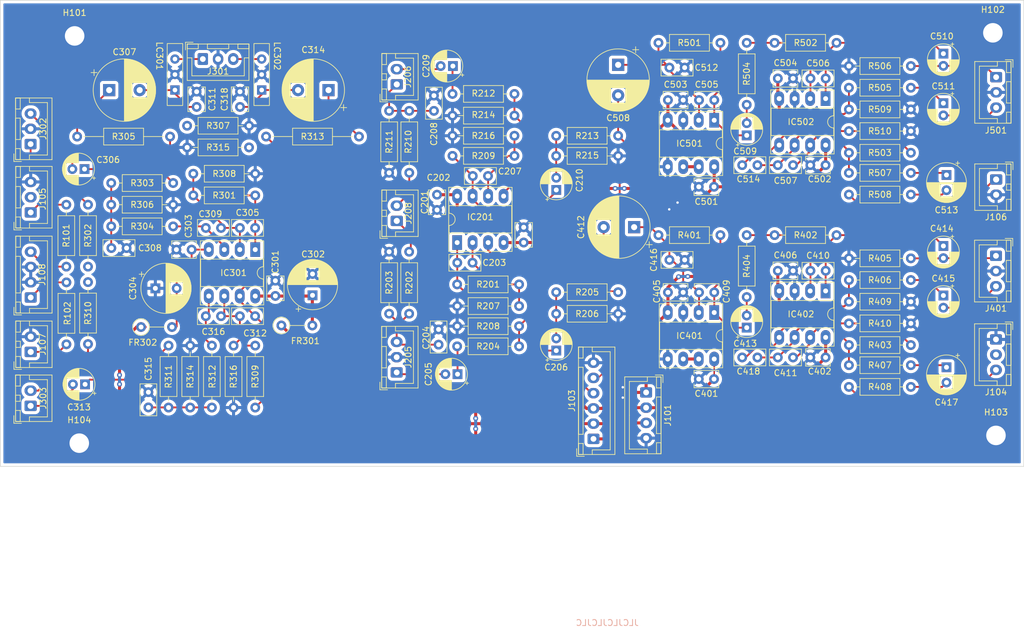
<source format=kicad_pcb>
(kicad_pcb (version 20211014) (generator pcbnew)
  (layers (0 "F.Cu" signal) (31 "B.Cu" power) (34 "B.Paste" user) (35 "F.Paste" user) (36 "B.SilkS" user "B.Silkscreen") (37 "F.SilkS" user "F.Silkscreen") (38 "B.Mask" user) (39 "F.Mask" user) (44 "Edge.Cuts" user))
  (net 0 "")
  (net 1 "GND")
  (net 2 "+15V")
  (net 3 "-15V")
  (net 4 "Net-(C203-Pad1)")
  (net 5 "Net-(C203-Pad2)")
  (net 6 "Net-(C204-Pad1)")
  (net 7 "Net-(C205-Pad1)")
  (net 8 "Net-(C205-Pad2)")
  (net 9 "Net-(C206-Pad2)")
  (net 10 "Net-(C207-Pad1)")
  (net 11 "Net-(C207-Pad2)")
  (net 12 "Net-(C208-Pad1)")
  (net 13 "Net-(C209-Pad1)")
  (net 14 "Net-(C209-Pad2)")
  (net 15 "Net-(C210-Pad2)")
  (net 16 "Net-(C301-Pad2)")
  (net 17 "Net-(C303-Pad1)")
  (net 18 "Net-(C305-Pad1)")
  (net 19 "Net-(C305-Pad2)")
  (net 20 "Net-(C306-Pad1)")
  (net 21 "Net-(C306-Pad2)")
  (net 22 "Net-(C307-Pad1)")
  (net 23 "Net-(C307-Pad2)")
  (net 24 "Net-(C308-Pad1)")
  (net 25 "Net-(C309-Pad1)")
  (net 26 "Net-(C312-Pad1)")
  (net 27 "Net-(C312-Pad2)")
  (net 28 "Net-(C313-Pad1)")
  (net 29 "Net-(C313-Pad2)")
  (net 30 "Net-(C314-Pad1)")
  (net 31 "Net-(C314-Pad2)")
  (net 32 "Net-(C315-Pad1)")
  (net 33 "Net-(C316-Pad1)")
  (net 34 "/Stereo Channel L/POT_FRONT_VOL_L_PRE")
  (net 35 "/Stereo Channel L/POT_FRONT_VOL_L_POST")
  (net 36 "Net-(C505-Pad1)")
  (net 37 "Net-(C505-Pad2)")
  (net 38 "Net-(C506-Pad1)")
  (net 39 "Net-(C506-Pad2)")
  (net 40 "BUS_L")
  (net 41 "Net-(C507-Pad1)")
  (net 42 "Net-(C507-Pad2)")
  (net 43 "Net-(C509-Pad2)")
  (net 44 "/Stereo Channel R/POT_FRONT_VOL_L_PRE")
  (net 45 "Net-(C511-Pad1)")
  (net 46 "/Stereo Channel R/POT_FRONT_VOL_L_POST")
  (net 47 "Net-(C513-Pad1)")
  (net 48 "Net-(C513-Pad2)")
  (net 49 "Net-(C514-Pad1)")
  (net 50 "Net-(IC501-Pad6)")
  (net 51 "BUS_R")
  (net 52 "Net-(IC201-Pad3)")
  (net 53 "Net-(IC201-Pad5)")
  (net 54 "PHANTOM_PW")
  (net 55 "Net-(R310-Pad2)")
  (net 56 "SINGAL_L_PRE_GEQ")
  (net 57 "unconnected-(J104-Pad2)")
  (net 58 "Net-(J105-Pad1)")
  (net 60 "SINGAL_R_PRE_GEQ")
  (net 61 "Net-(J107-Pad1)")
  (net 62 "SINGAL_L_POST_GEQ")
  (net 63 "SINGAL_R_POST_GEQ")
  (net 64 "SELECTED_L")
  (net 65 "SELECTED_R")
  (net 66 "Net-(J301-Pad1)")
  (net 67 "Net-(J301-Pad3)")
  (net 68 "Net-(J302-Pad1)")
  (net 69 "Net-(IC401-Pad6)")
  (net 70 "Net-(C418-Pad1)")
  (net 71 "Net-(C417-Pad2)")
  (net 72 "Net-(C417-Pad1)")
  (net 73 "Net-(C415-Pad1)")
  (net 74 "Net-(C413-Pad2)")
  (net 75 "Net-(C411-Pad2)")
  (net 76 "Net-(C411-Pad1)")
  (net 77 "Net-(C410-Pad2)")
  (net 78 "Net-(C410-Pad1)")
  (net 79 "Net-(C409-Pad2)")
  (net 80 "Net-(C409-Pad1)")
  (footprint "Resistor_THT:R_Axial_DIN0207_L6.3mm_D2.5mm_P10.16mm_Horizontal" (layer "F.Cu") (at 147.076 111.115 180)
    (fp_text reference "R216")
    (fp_text value "10k")
  )
  (footprint "Package_DIP:DIP-8_W7.62mm_Socket_LongPads" (layer "F.Cu") (at 137.678 128.641 90)
    (fp_text reference "IC201")
    (fp_text value "NJM4558D")
  )
  (footprint "Resistor_THT:R_Axial_DIN0207_L6.3mm_D2.5mm_P10.16mm_Horizontal" (layer "F.Cu") (at 212.1 134.784621 180)
    (fp_text reference "R406")
    (fp_text value "100")
  )
  (footprint "Connector_JST:JST_XH_B3B-XH-A_1x03_P2.50mm_Vertical" (layer "F.Cu") (at 67.725677 123.698 90)
    (fp_text reference "J105")
    (fp_text value "GEQ_L_POST")
  )
  (footprint "Capacitor_THT:CP_Radial_D5.0mm_P2.00mm" (layer "F.Cu") (at 217.434 97.653 -90)
    (fp_text reference "C510")
    (fp_text value "22/50")
  )
  (footprint "Resistor_THT:R_Axial_DIN0207_L6.3mm_D2.5mm_P10.16mm_Horizontal" (layer "F.Cu") (at 103.539677 113.03 180)
    (fp_text reference "R315")
    (fp_text value "100k")
  )
  (footprint "Resistor_THT:R_Axial_DIN0207_L6.3mm_D2.5mm_P10.16mm_Horizontal" (layer "F.Cu") (at 170.698 127.418621)
    (fp_text reference "R401")
    (fp_text value "27k")
  )
  (footprint "Capacitor_THT:CP_Radial_D5.0mm_P2.00mm" (layer "F.Cu") (at 153.934 146.360112 90)
    (fp_text reference "C206")
    (fp_text value "22/50")
  )
  (footprint "Connector_JST:JST_XH_B3B-XH-A_1x03_P2.50mm_Vertical" (layer "F.Cu") (at 226.06 130.81 -90)
    (fp_text reference "J401")
    (fp_text value "FrontVolL")
  )
  (footprint "Capacitor_THT:C_Disc_D5.0mm_W2.5mm_P2.50mm" (layer "F.Cu") (at 172.496 99.939)
    (fp_text reference "C512")
    (fp_text value "220p")
  )
  (footprint "Capacitor_THT:CP_Radial_D5.0mm_P2.00mm" (layer "F.Cu") (at 76.55479 116.586 180)
    (fp_text reference "C306")
    (fp_text value "22/50")
  )
  (footprint "Connector_JST:JST_XH_B6B-XH-A_1x06_P2.50mm_Vertical" (layer "F.Cu") (at 160.037 160.842 90)
    (fp_text reference "J103")
    (fp_text value "Bus Conn")
  )
  (footprint "Resistor_THT:R_Axial_DIN0207_L6.3mm_D2.5mm_P15.24mm_Horizontal" (layer "F.Cu") (at 106.333677 111.252)
    (fp_text reference "R313")
    (fp_text value "100/1W")
  )
  (footprint "Capacitor_THT:C_Disc_D5.0mm_W2.5mm_P2.50mm" (layer "F.Cu") (at 80.953677 129.54)
    (fp_text reference "C308")
    (fp_text value "100p")
  )
  (footprint "Capacitor_THT:C_Disc_D3.8mm_W2.6mm_P2.50mm" (layer "F.Cu") (at 190.276 133.260621)
    (fp_text reference "C406")
    (fp_text value "0.01")
  )
  (footprint "Capacitor_THT:C_Disc_D5.0mm_W2.5mm_P2.50mm" (layer "F.Cu") (at 102.035677 126.238)
    (fp_text reference "C305")
    (fp_text value "100p")
  )
  (footprint "MountingHole:MountingHole_3.2mm_M3_DIN965_Pad_TopBottom" (layer "F.Cu") (at 74.93 94.742)
    (fp_text reference "H101")
    (fp_text value "MH")
  )
  (footprint "Capacitor_THT:C_Disc_D3.8mm_W2.6mm_P2.50mm" (layer "F.Cu") (at 148.59 128.631 90)
    (fp_text reference "C202")
    (fp_text value "0.01")
  )
  (footprint "dba_footprint:LCL_EMX" (layer "F.Cu") (at 105.611677 101.075 90)
    (fp_text reference "LC302")
    (fp_text value "270p")
  )
  (footprint "Resistor_THT:R_Axial_DIN0207_L6.3mm_D2.5mm_P10.16mm_Horizontal" (layer "F.Cu") (at 147.838 135.499 180)
    (fp_text reference "R201")
    (fp_text value "15k")
  )
  (footprint "Capacitor_THT:CP_Radial_D6.3mm_P2.50mm" (layer "F.Cu") (at 217.942 117.552621 -90)
    (fp_text reference "C513")
    (fp_text value "47/50")
  )
  (footprint "Resistor_THT:R_Axial_DIN0207_L6.3mm_D2.5mm_P10.16mm_Horizontal" (layer "F.Cu") (at 212.1 110.353 180)
    (fp_text reference "R510")
    (fp_text value "15k")
  )
  (footprint "Resistor_THT:R_Axial_DIN0207_L6.3mm_D2.5mm_P10.16mm_Horizontal" (layer "F.Cu") (at 153.924 114.427)
    (fp_text reference "R215")
    (fp_text value "47k")
  )
  (footprint "Capacitor_THT:CP_Radial_D10.0mm_P5.00mm" (layer "F.Cu") (at 166.705677 126.111 180)
    (fp_text reference "C412")
    (fp_text value "220/25")
  )
  (footprint "Capacitor_THT:C_Disc_D3.8mm_W2.6mm_P2.50mm" (layer "F.Cu") (at 107.857677 134.894 -90)
    (fp_text reference "C301")
    (fp_text value "0.1")
  )
  (footprint "Resistor_THT:R_Axial_DIN0207_L6.3mm_D2.5mm_P10.16mm_Horizontal" (layer "F.Cu") (at 164.084 136.779 180)
    (fp_text reference "R205")
    (fp_text value "27k")
  )
  (footprint "Capacitor_THT:C_Disc_D5.0mm_W2.5mm_P2.50mm" (layer "F.Cu") (at 96.447677 126.238)
    (fp_text reference "C309")
    (fp_text value "100p")
  )
  (footprint "Resistor_THT:R_Axial_DIN0207_L6.3mm_D2.5mm_P10.16mm_Horizontal" (layer "F.Cu") (at 189.748 127.418621)
    (fp_text reference "R402")
    (fp_text value "10k")
  )
  (footprint "Capacitor_THT:C_Disc_D3.8mm_W2.6mm_P2.50mm" (layer "F.Cu") (at 172.252 136.806621)
    (fp_text reference "C405")
    (fp_text value "0.01")
  )
  (footprint "MountingHole:MountingHole_3.2mm_M3_DIN965_Pad_TopBottom" (layer "F.Cu") (at 225.552 94.234)
    (fp_text reference "H102")
    (fp_text value "MH")
  )
  (footprint "Resistor_THT:R_Axial_DIN0207_L6.3mm_D2.5mm_P10.16mm_Horizontal" (layer "F.Cu") (at 94.395677 120.904)
    (fp_text reference "R301")
    (fp_text value "10k")
  )
  (footprint "Capacitor_THT:C_Disc_D5.0mm_W2.5mm_P2.50mm" (layer "F.Cu") (at 102.035677 140.716)
    (fp_text reference "C312")
    (fp_text value "100p")
  )
  (footprint "Resistor_THT:R_Axial_DIN0207_L6.3mm_D2.5mm_P10.16mm_Horizontal" (layer "F.Cu") (at 212.1 103.241 180)
    (fp_text reference "R505")
    (fp_text value "100")
  )
  (footprint "Capacitor_THT:CP_Radial_D5.0mm_P2.00mm" (layer "F.Cu") (at 136.976888 99.685 180)
    (fp_text reference "C209")
    (fp_text value "22/50")
  )
  (footprint "Connector_JST:JST_XH_B3B-XH-A_1x03_P2.50mm_Vertical" (layer "F.Cu") (at 226.06 144.526 -90)
    (fp_text reference "J104")
    (fp_text value "GEQ_L_PRE")
  )
  (footprint "MountingHole:MountingHole_3.2mm_M3_DIN965_Pad_TopBottom" (layer "F.Cu") (at 226.06 160.274)
    (fp_text reference "H103")
    (fp_text value "MH")
  )
  (footprint "Capacitor_THT:C_Disc_D3.8mm_W2.6mm_P2.50mm" (layer "F.Cu") (at 94.943677 106.389 90)
    (fp_text reference "C311")
    (fp_text value "0.001")
  )
  (footprint "Capacitor_THT:CP_Radial_D10.0mm_P5.00mm" (layer "F.Cu") (at 164.084 99.486323 -90)
    (fp_text reference "C508")
    (fp_text value "220/25")
  )
  (footprint "Resistor_THT:R_Axial_DIN0207_L6.3mm_D2.5mm_P10.16mm_Horizontal" (layer "F.Cu") (at 212.1 138.340621 180)
    (fp_text reference "R409")
    (fp_text value "47k")
  )
  (footprint "Capacitor_THT:C_Disc_D3.8mm_W2.6mm_P2.50mm" (layer "F.Cu") (at 195.61 115.941)
    (fp_text reference "C502")
    (fp_text value "0.01")
  )
  (footprint "Connector_JST:JST_XH_B3B-XH-A_1x03_P2.50mm_Vertical" (layer "F.Cu") (at 127.755 149.937 90)
    (fp_text reference "J205")
    (fp_text value "InpVolL")
  )
  (footprint "Resistor_THT:R_Axial_DIN0207_L6.3mm_D2.5mm_P5.08mm_Vertical" (layer "F.Cu") (at 85.823 142.494)
    (fp_text reference "FR302")
    (fp_text value "10 1/4")
  )
  (footprint "Capacitor_THT:CP_Radial_D10.0mm_P5.00mm" (layer "F.Cu") (at 116.575354 103.632 180)
    (fp_text reference "C314")
    (fp_text value "220/25")
  )
  (footprint "Capacitor_THT:CP_Radial_D5.0mm_P2.00mm" (layer "F.Cu") (at 137.738888 150.231 180)
    (fp_text reference "C205")
    (fp_text value "22/50")
  )
  (footprint "Resistor_THT:R_Axial_DIN0207_L6.3mm_D2.5mm_P10.16mm_Horizontal" (layer "F.Cu") (at 126.519 130.145 -90)
    (fp_text reference "R203")
    (fp_text value "47k")
  )
  (footprint "Resistor_THT:R_Axial_DIN0207_L6.3mm_D2.5mm_P10.16mm_Horizontal" (layer "F.Cu") (at 147.076 107.813 180)
    (fp_text reference "R214")
    (fp_text value "18k")
  )
  (footprint "Capacitor_THT:C_Disc_D5.0mm_W2.5mm_P2.50mm" (layer "F.Cu") (at 184.434 115.941)
    (fp_text reference "C514")
    (fp_text value "100p")
  )
  (footprint "Capacitor_THT:C_Disc_D5.0mm_W2.5mm_P2.50mm" (layer "F.Cu") (at 184.434 147.484621)
    (fp_text reference "C418")
    (fp_text value "100p")
  )
  (footprint "Connector_JST:JST_XH_B2B-XH-A_1x02_P2.50mm_Vertical" (layer "F.Cu") (at 127.772 102.693 90)
    (fp_text reference "J206")
    (fp_text value "InpVolR")
  )
  (footprint "Capacitor_THT:CP_Radial_D5.0mm_P2.00mm" (layer "F.Cu") (at 217.434 137.324621 -90)
    (fp_text reference "C415")
    (fp_text value "22/50")
  )
  (footprint "Capacitor_THT:CP_Radial_D6.3mm_P2.50mm" (layer "F.Cu") (at 217.942 149.096242 -90)
    (fp_text reference "C417")
    (fp_text value "47/50")
  )
  (footprint "Resistor_THT:R_Axial_DIN0207_L6.3mm_D2.5mm_P10.16mm_Horizontal" (layer "F.Cu") (at 212.1 141.896621 180)
    (fp_text reference "R410")
    (fp_text value "15k")
  )
  (footprint "Resistor_THT:R_Axial_DIN0207_L6.3mm_D2.5mm_P5.08mm_Vertical" (layer "F.Cu") (at 108.844677 142.24)
    (fp_text reference "FR301")
    (fp_text value "10 1/4")
  )
  (footprint "Resistor_THT:R_Axial_DIN0207_L6.3mm_D2.5mm_P10.16mm_Horizontal" (layer "F.Cu") (at 212.1 99.685 180)
    (fp_text reference "R506")
    (fp_text value "100k")
  )
  (footprint "Connector_JST:JST_XH_B2B-XH-A_1x02_P2.50mm_Vertical" (layer "F.Cu") (at 67.708677 155.428 90)
    (fp_text reference "J303")
    (fp_text value "HPVolR")
  )
  (footprint "Resistor_THT:R_Axial_DIN0207_L6.3mm_D2.5mm_P10.16mm_Horizontal" (layer "F.Cu") (at 212.1 113.909 180)
    (fp_text reference "R503")
    (fp_text value "11k")
  )
  (footprint "Resistor_THT:R_Axial_DIN0207_L6.3mm_D2.5mm_P10.16mm_Horizontal" (layer "F.Cu") (at 73.584677 145.328 90)
    (fp_text reference "R102")
    (fp_text value "10")
  )
  (footprint "Capacitor_THT:C_Disc_D3.8mm_W2.6mm_P2.50mm" (layer "F.Cu") (at 177.312 119.487)
    (fp_text reference "C501")
    (fp_text value "0.01")
  )
  (footprint "Resistor_THT:R_Axial_DIN0207_L6.3mm_D2.5mm_P10.16mm_Horizontal" (layer "F.Cu") (at 126.519 117.191 90)
    (fp_text reference "R211")
    (fp_text value "47k")
  )
  (footprint "Package_DIP:DIP-8_W7.62mm_Socket_LongPads" (layer "F.Cu") (at 104.555677 129.794 -90)
    (fp_text reference "IC301")
    (fp_text value "NJM4556D")
  )
  (footprint "Capacitor_THT:C_Disc_D3.8mm_W2.6mm_P2.50mm" (layer "F.Cu") (at 195.61 147.484621)
    (fp_text reference "C402")
    (fp_text value "0.01")
  )
  (footprint "Resistor_THT:R_Axial_DIN0207_L6.3mm_D2.5mm_P10.16mm_Horizontal" (layer "F.Cu") (at 93.887677 155.702 90)
    (fp_text reference "R314")
    (fp_text value "18k")
  )
  (footprint "Resistor_THT:R_Axial_DIN0207_L6.3mm_D2.5mm_P10.16mm_Horizontal" (layer "F.Cu") (at 164.084 111.125 180)
    (fp_text reference "R213")
    (fp_text value "27k")
  )
  (footprint "Connector_JST:JST_XH_B3B-XH-A_1x03_P2.50mm_Vertical" (layer "F.Cu") (at 67.708677 112.482 90)
    (fp_text reference "J302")
    (fp_text value "HPVolL")
  )
  (footprint "Resistor_THT:R_Axial_DIN0207_L6.3mm_D2.5mm_P10.16mm_Horizontal" (layer "F.Cu") (at 212.1 145.452621 180)
    (fp_text reference "R403")
    (fp_text value "11k")
  )
  (footprint "Capacitor_THT:C_Disc_D5.0mm_W2.5mm_P2.50mm" (layer "F.Cu") (at 142.738 117.719 180)
    (fp_text reference "C207")
    (fp_text value "100p")
  )
  (footprint "Resistor_THT:R_Axial_DIN0207_L6.3mm_D2.5mm_P10.16mm_Horizontal" (layer "F.Cu") (at 201.94 117.211)
    (fp_text reference "R507")
    (fp_text value "330")
  )
  (footprint "Resistor_THT:R_Axial_DIN0207_L6.3mm_D2.5mm_P10.16mm_Horizontal" (layer "F.Cu") (at 185.176 137.578621 90)
    (fp_text reference "R404")
    (fp_text value "10k")
  )
  (footprint "Capacitor_THT:C_Disc_D5.0mm_W2.5mm_P2.50mm" (layer "F.Cu") (at 195.63 101.717)
    (fp_text reference "C506")
    (fp_text value "150p")
  )
  (footprint "Resistor_THT:R_Axial_DIN0207_L6.3mm_D2.5mm_P10.16mm_Horizontal" (layer "F.Cu") (at 93.379677 109.474)
    (fp_text reference "R307")
    (fp_text value "100k")
  )
  (footprint "Capacitor_THT:C_Disc_D3.8mm_W2.6mm_P2.50mm" (layer "F.Cu") (at 102.055677 106.389 90)
    (fp_text reference "C318")
    (fp_text value "0.001")
  )
  (footprint "Resistor_THT:R_Axial_DIN0207_L6.3mm_D2.5mm_P10.16mm_Horizontal" (layer "F.Cu") (at 77.123677 132.588 90)
    (fp_text reference "R302")
    (fp_text value "100")
  )
  (footprint "Capacitor_THT:C_Disc_D3.8mm_W2.6mm_P2.50mm" (layer "F.Cu") (at 172.252 105.263)
    (fp_text reference "C503")
    (fp_text value "0.01")
  )
  (footprint "Capacitor_THT:CP_Radial_D5.0mm_P2.00mm" (layer "F.Cu") (at 76.647113 151.892 180)
    (fp_text reference "C313")
    (fp_text value "22/50")
  )
  (footprint "dba_footprint:LCL_EMX" (layer "F.Cu") (at 91.387677 101.075 90)
    (fp_text reference "LC301")
    (fp_text value "270p")
  )
  (footprint "Capacitor_THT:C_Disc_D3.8mm_W2.6mm_P2.50mm" (layer "F.Cu") (at 177.352 136.806621)
    (fp_text reference "C409")
    (fp_text value "47p")
  )
  (footprint "Connector_JST:JST_XH_B3B-XH-A_1x03_P2.50mm_Vertical" (layer "F.Cu") (at 226.087 101.503 -90)
    (fp_text reference "J501")
    (fp_text value "FrontVolL")
  )
  (footprint "Package_DIP:DIP-8_W7.62mm_Socket_LongPads" (layer "F.Cu") (at 198.12 105.029 -90)
    (fp_text reference "IC502")
    (fp_text value "NJM4580")
  )
  (footprint "Resistor_THT:R_Axial_DIN0207_L6.3mm_D2.5mm_P10.16mm_Horizontal" (layer "F.Cu") (at 147.838 139.055 180)
    (fp_text reference "R207")
    (fp_text value "10k")
  )
  (footprint "Capacitor_THT:C_Disc_D5.0mm_W2.5mm_P2.50mm" (layer "F.Cu") (at 134.63 145.385 90)
    (fp_text reference "C204")
    (fp_text value "100p")
  )
  (footprint "Capacitor_THT:C_Disc_D3.8mm_W2.6mm_P2.50mm" (layer "F.Cu") (at 177.312 151.030621)
    (fp_text reference "C401")
    (fp_text value "0.01")
  )
  (footprint "Capacitor_THT:CP_Radial_D8.0mm_P3.50mm" (layer "F.Cu") (at 88.171026 136.144)
    (fp_text reference "C304")
    (fp_text value "100/25")
  )
  (footprint "Capacitor_THT:CP_Radial_D5.0mm_P2.00mm" (layer "F.Cu") (at 217.434 105.781 -90)
    (fp_text reference "C511")
    (fp_text value "22/50")
  )
  (footprint "Resistor_THT:R_Axial_DIN0207_L6.3mm_D2.5mm_P10.16mm_Horizontal" (layer "F.Cu") (at 94.395677 117.348)
    (fp_text reference "R308")
    (fp_text value "10k")
  )
  (footprint "Capacitor_THT:CP_Radial_D10.0mm_P5.00mm" (layer "F.Cu") (at 80.598 103.632)
    (fp_text reference "C307")
    (fp_text value "220/25")
  )
  (footprint "Resistor_THT:R_Axial_DIN0207_L6.3mm_D2.5mm_P10.16mm_Horizontal" (layer "F.Cu") (at 212.1 106.797 180)
    (fp_text reference "R509")
    (fp_text value "47k")
  )
  (footprint "Connector_JST:JST_XH_B2B-XH-A_1x02_P2.50mm_Vertical" (layer "F.Cu") (at 226.087 118.294621 -90)
    (fp_text reference "J106")
    (fp_text value "GEQ_R_PRE")
  )
  (footprint "MountingHole:MountingHole_3.2mm_M3_DIN965_Pad_TopBottom" (layer "F.Cu") (at 75.692 161.544)
    (fp_text reference "H104")
    (fp_text value "MH")
  )
  (footprint "Resistor_THT:R_Axial_DIN0207_L6.3mm_D2.5mm_P10.16mm_Horizontal" (layer "F.Cu") (at 153.924 140.321)
    (fp_text reference "R206")
    (fp_text value "47k")
  )
  (footprint "Capacitor_THT:C_Disc_D5.0mm_W2.5mm_P2.50mm" (layer "F.Cu") (at 140.198 131.943 180)
    (fp_text reference "C203")
    (fp_text value "100p")
  )
  (footprint "Connector_JST:JST_XH_B4B-XH-A_1x04_P2.50mm_Vertical" (layer "F.Cu") (at 67.725677 137.648 90)
    (fp_text reference "J108")
    (fp_text value "AUDIO_OUT")
  )
  (footprint "Capacitor_THT:C_Disc_D5.0mm_W2.5mm_P2.50mm" (layer "F.Cu") (at 133.868 107.031 90)
    (fp_text reference "C208")
    (fp_text value "100p")
  )
  (footprint "Resistor_THT:R_Axial_DIN0207_L6.3mm_D2.5mm_P10.16mm_Horizontal" (layer "F.Cu") (at 129.804 140.305 90)
    (fp_text reference "R202")
    (fp_text value "100")
  )
  (footprint "Resistor_THT:R_Axial_DIN0207_L6.3mm_D2.5mm_P10.16mm_Horizontal" (layer "F.Cu") (at 91.093677 118.872 180)
    (fp_text reference "R303")
    (fp_text value "220")
  )
  (footprint "Resistor_THT:R_Axial_DIN0207_L6.3mm_D2.5mm_P10.16mm_Horizontal" (layer "F.Cu") (at 129.821 107.031 -90)
    (fp_text reference "R210")
    (fp_text value "100")
  )
  (footprint "Resistor_THT:R_Axial_DIN0207_L6.3mm_D2.5mm_P10.16mm_Horizontal" (layer "F.Cu") (at 90.331677 145.542 -90)
    (fp_text reference "R311")
    (fp_text value "220")
  )
  (footprint "Package_DIP:DIP-8_W7.62mm_Socket_LongPads" (layer "F.Cu") (at 179.842 108.575 -90)
    (fp_text reference "IC501")
    (fp_text value "NJM2068DD")
  )
  (footprint "Connector_JST:JST_XH_B2B-XH-A_1x02_P2.50mm_Vertical" (layer "F.Cu") (at 127.772 125.085 90)
    (fp_text reference "J208")
    (fp_text value "SrcSel")
  )
  (footprint "Resistor_THT:R_Axial_DIN0207_L6.3mm_D2.5mm_P10.16mm_Horizontal" (layer "F.Cu") (at 201.94 148.754621)
    (fp_text reference "R407")
    (fp_text value "330")
  )
  (footprint "Capacitor_THT:C_Disc_D5.0mm_W2.5mm_P2.50mm" (layer "F.Cu") (at 87.029677 155.682 90)
    (fp_text reference "C315")
    (fp_text value "100p")
  )
  (footprint "Resistor_THT:R_Axial_DIN0207_L6.3mm_D2.5mm_P10.16mm_Horizontal" (layer "F.Cu") (at 77.123677 135.128 -90)
    (fp_text reference "R310")
    (fp_text value "100")
  )
  (footprint "Connector_JST:JST_XH_B3B-XH-A_1x03_P2.50mm_Vertical" (layer "F.Cu") (at 95.959677 98.535)
    (fp_text reference "J301")
    (fp_text value "HPHONES")
  )
  (footprint "Capacitor_THT:C_Disc_D3.8mm_W2.6mm_P2.50mm" (layer "F.Cu") (at 177.352 105.263)
    (fp_text reference "C505")
    (fp_text value "47p")
  )
  (footprint "Resistor_THT:R_Axial_DIN0207_L6.3mm_D2.5mm_P10.16mm_Horizontal" (layer "F.Cu") (at 100.999677 145.542 -90)
    (fp_text reference "R316")
    (fp_text value "10k")
  )
  (footprint "Resistor_THT:R_Axial_DIN0207_L6.3mm_D2.5mm_P10.16mm_Horizontal" (layer "F.Cu") (at 104.555677 145.542 -90)
    (fp_text reference "R309")
    (fp_text value "10k")
  )
  (footprint "Resistor_THT:R_Axial_DIN0207_L6.3mm_D2.5mm_P10.16mm_Horizontal" (layer "F.Cu") (at 147.838 142.357 180)
    (fp_text reference "R208")
    (fp_text value "18k")
  )
  (footprint "Capacitor_THT:CP_Radial_D5.0mm_P2.00mm" (layer "F.Cu") (at 185.176 111.054113 90)
    (fp_text reference "C509")
    (fp_text value "22/50")
  )
  (footprint "Capacitor_THT:C_Disc_D3.8mm_W2.6mm_P2.50mm" (layer "F.Cu") (at 134.376 123.287 90)
    (fp_text reference "C201")
    (fp_text value "0.01")
  )
  (footprint "Resistor_THT:R_Axial_DIN0207_L6.3mm_D2.5mm_P10.16mm_Horizontal" (layer "F.Cu") (at 80.933677 125.984)
    (fp_text reference "R304")
    (fp_text value "220")
  )
  (footprint "Resistor_THT:R_Axial_DIN0207_L6.3mm_D2.5mm_P15.24mm_Horizontal" (layer "F.Cu") (at 90.585677 111.252 180)
    (fp_text reference "R305")
    (fp_text value "100/1W")
  )
  (footprint "Capacitor_THT:C_Disc_D5.0mm_W2.5mm_P2.50mm" (layer "F.Cu") (at 190.276 147.484621)
    (fp_text reference "C411")
    (fp_text value "150p")
  )
  (footprint "Capacitor_THT:C_Disc_D5.0mm_W2.5mm_P2.50mm" (layer "F.Cu") (at 190.276 115.941)
    (fp_text reference "C507")
    (fp_text value "150p")
  )
  (footprint "Capacitor_THT:C_Disc_D3.8mm_W2.6mm_P2.50mm" (layer "F.Cu") (at 190.276 101.717)
    (fp_text reference "C504")
    (fp_text value "0.01")
  )
  (footprint "Resistor_THT:R_Axial_DIN0207_L6.3mm_D2.5mm_P10.16mm_Horizontal" (layer "F.Cu") (at 97.443677 155.702 90)
    (fp_text reference "R312")
    (fp_text value "220")
  )
  (footprint "Resistor_THT:R_Axial_DIN0207_L6.3mm_D2.5mm_P10.16mm_Horizontal" (layer "F.Cu") (at 212.1 120.767 180)
    (fp_text reference "R508")
    (fp_text value "10")
  )
  (footprint "Capacitor_THT:C_Disc_D5.0mm_W2.5mm_P2.50mm" (layer "F.Cu") (at 172.496 131.482621)
    (fp_text reference "C416")
    (fp_text value "220p")
  )
  (footprint "Package_DIP:DIP-8_W7.62mm_Socket_LongPads" (layer "F.Cu") (at 179.842 140.118621 -90)
    (fp_text reference "IC401")
    (fp_text value "NJM2068DD")
  )
  (footprint "Capacitor_THT:C_Disc_D5.0mm_W2.5mm_P2.50mm" (layer "F.Cu") (at 96.447677 140.716)
    (fp_text reference "C316")
    (fp_text value "100p")
  )
  (footprint "Capacitor_THT:CP_Radial_D5.0mm_P2.00mm" (layer "F.Cu") (at 217.434 129.196621 -90)
    (fp_text reference "C414")
    (fp_text value "22/50")
  )
  (footprint "Resistor_THT:R_Axial_DIN0207_L6.3mm_D2.5mm_P10.16mm_Horizontal" (layer "F.Cu") (at 170.698 95.875)
    (fp_text reference "R501")
    (fp_text value "27k")
  )
  (footprint "Resistor_THT:R_Axial_DIN0207_L6.3mm_D2.5mm_P10.16mm_Horizontal" (layer "F.Cu") (at 137.678 145.659)
    (fp_text reference "R204")
    (fp_text value "100")
  )
  (footprint "Capacitor_THT:CP_Radial_D5.0mm_P2.00mm" (layer "F.Cu") (at 153.934 120.005 90)
    (fp_text reference "C210")
    (fp_text value "22/50")
  )
  (footprint "Package_DIP:DIP-8_W7.62mm_Socket_LongPads" (layer "F.Cu") (at 198.12 136.572621 -90)
    (fp_text reference "IC402")
    (fp_text value "NJM4580")
  )
  (footprint "Resistor_THT:R_Axial_DIN0207_L6.3mm_D2.5mm_P10.16mm_Horizontal" (layer "F.Cu") (at 212.1 131.228621 180)
    (fp_text reference "R405")
    (fp_text value "100k")
  )
  (footprint "Connector_JST:JST_XH_B4B-XH-A_1x04_P2.50mm_Vertical" (layer "F.Cu") (at 168.673 153.222 -90)
    (fp_text reference "J101")
    (fp_text value "POWER")
  )
  (footprint "Resistor_THT:R_Axial_DIN0207_L6.3mm_D2.5mm_P10.16mm_Horizontal" (layer "F.Cu") (at 189.748 95.875)
    (fp_text reference "R502")
    (fp_text value "10k")
  )
  (footprint "Resistor_THT:R_Axial_DIN0207_L6.3mm_D2.5mm_P10.16mm_Horizontal" (layer "F.Cu") (at 73.567677 122.428 -90)
    (fp_text reference "R101")
    (fp_text value "10")
  )
  (footprint "Resistor_THT:R_Axial_DIN0207_L6.3mm_D2.5mm_P10.16mm_Horizontal" (layer "F.Cu") (at 212.1 152.310621 180)
    (fp_text reference "R408")
    (fp_text value "10")
  )
  (footprint "Resistor_THT:R_Axial_DIN0207_L6.3mm_D2.5mm_P10.16mm_Horizontal" (layer "F.Cu") (at 147.076 114.417 180)
    (fp_text reference "R209")
    (fp_text value "15k")
  )
  (footprint "Resistor_THT:R_Axial_DIN0207_L6.3mm_D2.5mm_P10.16mm_Horizontal" (layer "F.Cu") (at 136.916 104.257)
    (fp_text reference "R212")
    (fp_text value "100")
  )
  (footprint "Resistor_THT:R_Axial_DIN0207_L6.3mm_D2.5mm_P10.16mm_Horizontal" (layer "F.Cu") (at 185.176 106.035 90)
    (fp_text reference "R504")
    (fp_text value "10k")
  )
  (footprint "Capacitor_THT:C_Disc_D5.0mm_W2.5mm_P2.50mm" (layer "F.Cu") (at 195.63 133.260621)
    (fp_text reference "C410")
    (fp_text value "150p")
  )
  (footprint "Capacitor_THT:CP_Radial_D5.0mm_P2.00mm" (layer "F.Cu") (at 185.176 142.597734 90)
    (fp_text reference "C413")
    (fp_text value "22/50")
  )
  (footprint "Capacitor_THT:C_Disc_D3.8mm_W2.6mm_P2.50mm" (layer "F.Cu") (at 94.121677 129.794 180)
    (fp_text reference "C303")
    (fp_text value "0.1")
  )
  (footprint "Resistor_THT:R_Axial_DIN0207_L6.3mm_D2.5mm_P10.16mm_Horizontal" (layer "F.Cu") (at 80.933677 122.428)
    (fp_text reference "R306")
    (fp_text value "18k")
  )
  (footprint "Capacitor_THT:CP_Radial_D8.0mm_P3.50mm" (layer "F.Cu") (at 113.953677 137.288651 90)
    (fp_text reference "C302")
    (fp_text value "100/25")
  )
  (footprint "Connector_JST:JST_XH_B2B-XH-A_1x02_P2.50mm_Vertical" (layer "F.Cu") (at 67.725677 146.578 90)
    (fp_text reference "J107")
    (fp_text value "GEQ_R_POST")
  )
  (gr_rect (start 62.738 88.9) (end 230.632 165.354) (layer "Edge.Cuts") (width 0.1) (fill none))
  (gr_text "JLCJLCJLCJLC" (at 162.306 191.008) (layer "B.SilkS") (effects (font (size 1 1)) (justify mirror)))
  (segment (start 179.842 147.738621) (end 179.842 151.000621) (width 0.25) (layer "F.Cu") (net 2))
  (segment (start 111.130677 144.526) (end 108.844677 142.24) (width 0.5) (layer "F.Cu") (net 2))
  (segment (start 134.62 126.111) (end 133.858 126.873) (width 0.5) (layer "F.Cu") (net 2))
  (segment (start 135.89 126.111) (end 134.62 126.111) (width 0.5) (layer "F.Cu") (net 2))
  (segment (start 160.037 158.342) (end 162.283 158.342) (width 0.5) (layer "F.Cu") (net 2))
  (segment (start 121.666 139.954) (end 117.094 144.526) (width 0.5) (layer "F.Cu") (net 2))
  (segment (start 164.903 155.722) (end 168.673 155.722) (width 0.5) (layer "F.Cu") (net 2))
  (segment (start 137.678 124.323) (end 135.89 126.111) (width 0.5) (layer "F.Cu") (net 2))
  (segment (start 179.842 119.457) (end 179.812 119.487) (width 0.5) (layer "F.Cu") (net 2))
  (segment (start 123.952 135.509) (end 122.936 136.525) (width 0.5) (layer "F.Cu") (net 2))
  (segment (start 137.678 121.021) (end 137.678 124.323) (width 0.5) (layer "F.Cu") (net 2))
  (segment (start 165.862 123.19) (end 172.466 123.19) (width 0.5) (layer "F.Cu") (net 2))
  (segment (start 121.412 140.208) (end 121.412 153.416) (width 0.5) (layer "F.Cu") (net 2))
  (segment (start 164.903 155.722) (end 164.903 154.1285) (width 0.5) (layer "F.Cu") (net 2))
  (segment (start 134.376 120.787) (end 137.444 120.787) (width 0.5) (layer "F.Cu") (net 2))
  (segment (start 198.12 147.474621) (end 198.11 147.484621) (width 0.5) (layer "F.Cu") (net 2))
  (segment (start 164.846 143.764) (end 167.386 141.224) (width 0.5) (layer "F.Cu") (net 2))
  (segment (start 167.386 132.588) (end 164.592 129.794) (width 0.5) (layer "F.Cu") (net 2))
  (segment (start 122.936 138.684) (end 121.666 139.954) (width 0.5) (layer "F.Cu") (net 2))
  (segment (start 137.444 120.787) (end 137.678 121.021) (width 0.5) (layer "F.Cu") (net 2))
  (segment (start 164.338 124.714) (end 165.862 123.19) (width 0.5) (layer "F.Cu") (net 2))
  (segment (start 162.283 158.342) (end 164.903 155.722) (width 0.5) (layer "F.Cu") (net 2))
  (segment (start 172.954 155.722) (end 168.673 155.722) (width 0.5) (layer "F.Cu") (net 2))
  (segment (start 172.974 155.702) (end 175.140621 155.702) (width 0.5) (layer "F.Cu") (net 2))
  (segment (start 164.903 154.1285) (end 164.846 154.0715) (width 0.5) (layer "F.Cu") (net 2))
  (segment (start 133.858 126.873) (end 133.858 133.731) (width 0.5) (layer "F.Cu") (net 2))
  (segment (start 164.338 129.794) (end 164.338 124.714) (width 0.5) (layer "F.Cu") (net 2))
  (segment (start 179.812 151.030621) (end 175.140621 155.702) (width 0.5) (layer "F.Cu") (net 2))
  (segment (start 198.12 112.649) (end 198.12 115.931) (width 0.5) (layer "F.Cu") (net 2))
  (segment (start 126.338 158.342) (end 160.037 158.342) (width 0.5) (layer "F.Cu") (net 2))
  (segment (start 198.12 144.192621) (end 198.12 147.474621) (width 0.5) (layer "F.Cu") (net 2))
  (segment (start 133.858 133.731) (end 132.08 135.509) (width 0.5) (layer "F.Cu") (net 2))
  (segment (start 179.842 151.000621) (end 179.812 151.030621) (width 0.25) (layer "F.Cu") (net 2))
  (segment (start 179.812 151.030621) (end 179.812 151.531) (width 0.5) (layer "F.Cu") (net 2))
  (segment (start 198.12 115.931) (end 198.11 115.941) (width 0.5) (layer "F.Cu") (net 2))
  (segment (start 132.08 135.509) (end 123.952 135.509) (width 0.5) (layer "F.Cu") (net 2))
  (segment (start 122.936 136.525) (end 122.936 138.684) (width 0.5) (layer "F.Cu") (net 2))
  (segment (start 175.140621 155.702) (end 189.892621 155.702) (width 0.5) (layer "F.Cu") (net 2))
  (segment (start 179.812 119.487) (end 194.564 119.487) (width 0.5) (layer "F.Cu") (net 2))
  (segment (start 173.828688 122.081312) (end 177.217688 122.081312) (width 0.5) (layer "F.Cu") (net 2))
  (segment (start 167.386 141.224) (end 167.386 132.588) (width 0.5) (layer "F.Cu") (net 2))
  (segment (start 179.842 116.195) (end 179.842 119.457) (width 0.5) (layer "F.Cu") (net 2))
  (segment (start 164.592 129.794) (end 164.338 129.794) (width 0.5) (layer "F.Cu") (net 2))
  (segment (start 117.094 144.526) (end 111.130677 144.526) (width 0.5) (layer "F.Cu") (net 2))
  (segment (start 194.564 119.487) (end 198.11 115.941) (width 0.5) (layer "F.Cu") (net 2))
  (segment (start 177.217688 122.081312) (end 179.812 119.487) (width 0.5) (layer "F.Cu") (net 2))
  (segment (start 121.666 139.954) (end 121.412 140.208) (width 0.5) (layer "F.Cu") (net 2))
  (segment (start 172.974 155.702) (end 172.954 155.722) (width 0.5) (layer "F.Cu") (net 2))
  (segment (start 189.892621 155.702) (end 198.11 147.484621) (width 0.5) (layer "F.Cu") (net 2))
  (segment (start 121.412 153.416) (end 126.338 158.342) (width 0.5) (layer "F.Cu") (net 2))
  (segment (start 164.846 152.3725) (end 164.846 143.764) (width 0.5) (layer "F.Cu") (net 2))
  (via (at 164.846 152.3725) (size 0.8) (drill 0.4) (layers "F.Cu" "B.Cu") (net 2))
  (via (at 173.828688 122.081312) (size 0.8) (drill 0.4) (layers "F.Cu" "B.Cu") (net 2))
  (via (at 172.466 123.19) (size 0.8) (drill 0.4) (layers "F.Cu" "B.Cu") (net 2))
  (via (at 164.846 154.0715) (size 0.8) (drill 0.4) (layers "F.Cu" "B.Cu") (net 2))
  (segment (start 164.846 154.0715) (end 164.846 152.3725) (width 0.5) (layer "B.Cu") (net 2))
  (segment (start 172.466 123.19) (end 172.72 123.19) (width 0.5) (layer "B.Cu") (net 2))
  (segment (start 172.72 123.19) (end 173.828688 122.081312) (width 0.5) (layer "B.Cu") (net 2))
  (segment (start 177.8 127.254) (end 169.291 118.745) (width 0.5) (layer "F.Cu") (net 3))
  (segment (start 177.8 132.969) (end 177.8 127.254) (width 0.5) (layer "F.Cu") (net 3))
  (segment (start 168.148 119.761) (end 169.164 118.745) (width 0.5) (layer "F.Cu") (net 3))
  (segment (start 169.164 112.903) (end 169.164 118.745) (width 0.5) (layer "F.Cu") (net 3))
  (segment (start 83.566 144.018) (end 82.296 145.288) (width 0.5) (layer "F.Cu") (net 3))
  (segment (start 172.252 136.806621) (end 172.252 140.088621) (width 0.5) (layer "F.Cu") (net 3))
  (segment (start 140.716 159.1915) (end 140.716 161.29) (width 0.5) (layer "F.Cu") (net 3))
  (segment (start 172.252 140.088621) (end 172.222 140.118621) (width 0.5) (layer "F.Cu") (net 3))
  (segment (start 82.296 145.288) (end 82.296 150.368) (width 0.5) (layer "F.Cu") (net 3))
  (segment (start 190.276 104.805) (end 190.5 105.029) (width 0.5) (layer "F.Cu") (net 3))
  (segment (start 175.5015 134.200833) (end 176.568167 134.200833) (width 0.5) (layer "F.Cu") (net 3))
  (segment (start 190.276 133.260621) (end 190.276 136.348621) (width 0.5) (layer "F.Cu") (net 3))
  (segment (start 190.5 108.331) (end 185.928 112.903) (width 0.5) (layer "F.Cu") (net 3))
  (segment (start 172.252 108.545) (end 172.222 108.575) (width 0.5) (layer "F.Cu") (net 3))
  (segment (start 168.87031 143.47031) (end 172.222 140.118621) (width 0.5) (layer "F.Cu") (net 3))
  (segment (start 172.252 105.263) (end 172.252 108.545) (width 0.5) (layer "F.Cu") (net 3))
  (segment (start 164.101 153.222) (end 168.673 153.222) (width 0.5) (layer "F.Cu") (net 3))
  (segment (start 165.0875 119.761) (end 168.148 119.761) (width 0.5) (layer "F.Cu") (net 3))
  (segment (start 168.673 153.222) (end 168.673 146.829) (width 0.5) (layer "F.Cu") (net 3))
  (segment (start 157.734 154.686) (end 140.716 154.686) (width 0.5) (layer "F.Cu") (net 3))
  (segment (start 172.222 108.575) (end 169.164 111.633) (width 0.5) (layer "F.Cu") (net 3))
  (segment (start 158.89 155.842) (end 158.242 155.194) (width 0.5) (layer "F.Cu") (net 3))
  (segment (start 145.298 128.641) (end 148.58 128.641) (width 0.5) (layer "F.Cu") (net 3))
  (segment (start 160.037 155.842) (end 158.89 155.842) (width 0.5) (layer "F.Cu") (net 3))
  (segment (start 172.252 135.995288) (end 172.252 136.806621) (width 0.5) (layer "F.Cu") (net 3))
  (segment (start 148.58 128.641) (end 148.59 128.631) (width 0.5) (layer "F.Cu") (net 3))
  (segment (start 82.296 151.8795) (end 82.296 156.21) (width 0.5) (layer "F.Cu") (net 3))
  (segment (start 159.512 119.761) (end 150.642 128.631) (width 0.5) (layer "F.Cu") (net 3))
  (segment (start 168.673 143.66762) (end 168.87031 143.47031) (width 0.5) (layer "F.Cu") (net 3))
  (segment (start 176.568167 134.200833) (end 177.8 132.969) (width 0.5) (layer "F.Cu") (net 3))
  (segment (start 168.673 146.829) (end 168.673 143.66762) (width 0.5) (layer "F.Cu") (net 3))
  (segment (start 140.716 161.29) (end 87.376 161.29) (width 0.5) (layer "F.Cu") (net 3))
  (segment (start 185.801 145.034) (end 170.468 145.034) (width 0.5) (layer "F.Cu") (net 3))
  (segment (start 169.291 118.745) (end 169.164 118.745) (width 0.5) (layer "F.Cu") (net 3))
  (segment (start 82.296 156.21) (end 87.376 161.29) (width 0.5) (layer "F.Cu") (net 3))
  (segment (start 170.468 145.034) (end 168.673 146.829) (width 0.5) (layer "F.Cu") (net 3))
  (segment (start 174.0025 134.244788) (end 172.252 135.995288) (width 0.5) (layer "F.Cu") (net 3))
  (segment (start 169.164 111.633) (end 169.164 112.903) (width 0.5) (layer "F.Cu") (net 3))
  (segment (start 150.642 128.631) (end 148.59 128.631) (width 0.5) (layer "F.Cu") (net 3))
  (segment (start 176.55 112.903) (end 172.222 108.575) (width 0.5) (layer "F.Cu") (net 3))
  (segment (start 140.716 154.686) (end 140.716 157.48) (width 0.5) (layer "F.Cu") (net 3))
  (segment (start 158.242 155.194) (end 157.734 154.686) (width 0.5) (layer "F.Cu") (net 3))
  (segment (start 190.5 140.335) (end 185.801 145.034) (width 0.5) (layer "F.Cu") (net 3))
  (segment (start 185.928 112.903) (end 176.55 112.903) (width 0.5) (layer "F.Cu") (net 3))
  (segment (start 190.276 136.348621) (end 190.5 136.572621) (width 0.5) (layer "F.Cu") (net 3))
  (segment (start 163.5885 119.761) (end 159.512 119.761) (width 0.5) (layer "F.Cu") (net 3))
  (segment (start 190.276 101.717) (end 190.276 104.805) (width 0.5) (layer "F.Cu") (net 3))
  (segment (start 190.5 136.572621) (end 190.5 140.335) (width 0.5) (layer "F.Cu") (net 3))
  (segment (start 160.037 155.842) (end 161.481 155.842) (width 0.5) (layer "F.Cu") (net 3))
  (segment (start 86.492677 142.494) (end 85.09 142.494) (width 0.5) (layer "F.Cu") (net 3))
  (segment (start 190.5 105.029) (end 190.5 108.331) (width 0.5) (layer "F.Cu") (net 3))
  (segment (start 85.09 142.494) (end 83.566 144.018) (width 0.5) (layer "F.Cu") (net 3))
  (segment (start 161.481 155.842) (end 164.101 153.222) (width 0.5) (layer "F.Cu") (net 3))
  (via (at 82.296 150.368) (size 0.8) (drill 0.4) (layers "F.Cu" "B.Cu") (net 3))
  (via (at 165.0875 119.761) (size 0.8) (drill 0.4) (layers "F.Cu" "B.Cu") (net 3))
  (via (at 174.0025 134.244788) (size 0.8) (drill 0.4) (layers "F.Cu" "B.Cu") (net 3))
  (via (at 163.5885 119.761) (size 0.8) (drill 0.4) (layers "F.Cu" "B.Cu") (net 3))
  (via (at 140.716 159.1915) (size 0.8) (drill 0.4) (layers "F.Cu" "B.Cu") (net 3))
  (via (at 82.296 151.8795) (size 0.8) (drill 0.4) (layers "F.Cu" "B.Cu") (net 3))
  (via (at 140.716 157.48) (size 0.8) (drill 0.4) (layers "F.Cu" "B.Cu") (net 3))
  (via (at 175.5015 134.200833) (size 0.8) (drill 0.4) (layers "F.Cu" "B.Cu") (net 3))
  (segment (start 82.296 150.368) (end 82.296 151.8795) (width 0.5) (layer "B.Cu") (net 3))
  (segment (start 174.046455 134.200833) (end 174.0025 134.244788) (width 0.5) (layer "B.Cu") (net 3))
  (segment (start 175.5015 134.200833) (end 174.046455 134.200833) (width 0.5) (layer "B.Cu") (net 3))
  (segment (start 165.0875 119.761) (end 163.5885 119.761) (width 0.5) (layer "B.Cu") (net 3))
  (segment (start 140.716 157.48) (end 140.716 159.1915) (width 0.5) (layer "B.Cu") (net 3))
  (segment (start 140.198 128.661) (end 140.218 128.641) (width 0.3) (layer "F.Cu") (net 4))
  (segment (start 143.774 135.499) (end 142.504 134.229) (width 0.3) (layer "F.Cu") (net 4))
  (segment (start 142.504 134.229) (end 142.484 134.229) (width 0.3) (layer "F.Cu") (net 4))
  (segment (start 147.838 139.055) (end 147.838 135.499) (width 0.3) (layer "F.Cu") (net 4))
  (segment (start 140.198 131.943) (end 140.198 128.661) (width 0.3) (layer "F.Cu") (net 4))
  (segment (start 147.838 135.499) (end 143.774 135.499) (width 0.3) (layer "F.Cu") (net 4))
  (segment (start 142.484 134.229) (end 140.198 131.943) (width 0.3) (layer "F.Cu") (net 4))
  (segment (start 137.678 131.923) (end 137.698 131.943) (width 0.3) (layer "F.Cu") (net 5))
  (segment (start 146.314 148.199) (end 144.536 146.421) (width 0.3) (layer "F.Cu") (net 5))
  (segment (start 137.678 128.641) (end 137.678 131.923) (width 0.3) (layer "F.Cu") (net 5))
  (segment (start 153.934 146.360112) (end 151.200888 146.360112) (width 0.3) (layer "F.Cu") (net 5))
  (segment (start 137.698 131.943) (end 137.698 135.479) (width 0.3) (layer "F.Cu") (net 5))
  (segment (start 144.536 142.357) (end 137.678 135.499) (width 0.3) (layer "F.Cu") (net 5))
  (segment (start 144.536 146.421) (end 144.536 142.357) (width 0.3) (layer "F.Cu") (net 5))
  (segment (start 151.200888 146.360112) (end 149.362 148.199) (width 0.3) (layer "F.Cu") (net 5))
  (segment (start 149.362 148.199) (end 146.314 148.199) (width 0.3) (layer "F.Cu") (net 5))
  (segment (start 137.698 135.479) (end 137.678 135.499) (width 0.3) (layer "F.Cu") (net 5))
  (segment (start 134.63 145.385) (end 128.203 145.385) (width 0.3) (layer "F.Cu") (net 6))
  (segment (start 127.755 141.541) (end 128.568 141.541) (width 0.3) (layer "F.Cu") (net 6))
  (segment (start 127.755 141.541) (end 126.519 140.305) (width 0.3) (layer "F.Cu") (net 6))
  (segment (start 127.755 144.937) (end 127.755 141.541) (width 0.3) (layer "F.Cu") (net 6))
  (segment (start 128.568 141.541) (end 129.804 140.305) (width 0.3) (layer "F.Cu") (net 6))
  (segment (start 128.203 145.385) (end 127.755 144.937) (width 0.3) (layer "F.Cu") (net 6))
  (segment (start 137.738888 145.719888) (end 137.678 145.659) (width 0.3) (layer "F.Cu") (net 7))
  (segment (start 137.738888 150.231) (end 137.738888 145.719888) (width 0.3) (layer "F.Cu") (net 7))
  (segment (start 128.049 150.231) (end 127.755 149.937) (width 0.3) (layer "F.Cu") (net 8))
  (segment (start 135.738888 150.231) (end 128.049 150.231) (width 0.3) (layer "F.Cu") (net 8))
  (segment (start 153.924 136.779) (end 153.924 144.350112) (width 0.3) (layer "F.Cu") (net 9))
  (segment (start 153.924 144.350112) (end 153.934 144.360112) (width 0.3) (layer "F.Cu") (net 9))
  (segment (start 146.04 114.417) (end 147.076 114.417) (width 0.3) (layer "F.Cu") (net 10))
  (segment (start 142.758 117.739) (end 142.738 117.719) (width 0.3) (layer "F.Cu") (net 10))
  (segment (start 147.076 111.115) (end 147.076 114.417) (width 0.3) (layer "F.Cu") (net 10))
  (segment (start 142.738 117.719) (end 146.04 114.417) (width 0.3) (layer "F.Cu") (net 10))
  (segment (start 142.758 121.021) (end 142.758 117.739) (width 0.3) (layer "F.Cu") (net 10))
  (segment (start 153.934 120.005) (end 153.934 120.259) (width 0.3) (layer "F.Cu") (net 11))
  (segment (start 141.742 123.053) (end 140.218 121.529) (width 0.3) (layer "F.Cu") (net 11))
  (segment (start 153.934 120.259) (end 151.14 123.053) (width 0.3) (layer "F.Cu") (net 11))
  (segment (start 140.218 121.529) (end 140.218 121.021) (width 0.3) (layer "F.Cu") (net 11))
  (segment (start 140.218 121.021) (end 140.218 117.739) (width 0.3) (layer "F.Cu") (net 11))
  (segment (start 151.14 123.053) (end 141.742 123.053) (width 0.3) (layer "F.Cu") (net 11))
  (segment (start 136.916 114.417) (end 140.218 117.719) (width 0.3) (layer "F.Cu") (net 11))
  (segment (start 140.218 117.739) (end 140.238 117.719) (width 0.3) (layer "F.Cu") (net 11))
  (segment (start 140.218 117.719) (end 140.238 117.719) (width 0.3) (layer "F.Cu") (net 11))
  (segment (start 126.519 107.031) (end 126.519 103.946) (width 0.3) (layer "F.Cu") (net 12))
  (segment (start 126.519 107.031) (end 133.868 107.031) (width 0.3) (layer "F.Cu") (net 12))
  (segment (start 126.519 103.946) (end 127.772 102.693) (width 0.3) (layer "F.Cu") (net 12))
  (segment (start 136.916 104.257) (end 136.916 99.745888) (width 0.3) (layer "F.Cu") (net 13))
  (segment (start 136.916 99.745888) (end 136.976888 99.685) (width 0.3) (layer "F.Cu") (net 13))
  (segment (start 134.468888 100.193) (end 134.976888 99.685) (width 0.3) (layer "F.Cu") (net 14))
  (segment (start 127.772 100.193) (end 134.468888 100.193) (width 0.3) (layer "F.Cu") (net 14))
  (segment (start 153.924 117.995) (end 153.934 118.005) (width 0.3) (layer "F.Cu") (net 15))
  (segment (start 153.924 111.125) (end 153.924 117.995) (width 0.3) (layer "F.Cu") (net 15))
  (segment (start 113.924677 137.317651) (end 113.953677 137.288651) (width 0.5) (layer "F.Cu") (net 16))
  (segment (start 113.924677 142.24) (end 113.924677 137.317651) (width 0.5) (layer "F.Cu") (net 16))
  (segment (start 113.828328 137.414) (end 113.953677 137.288651) (width 0.5) (layer "F.Cu") (net 16))
  (segment (start 104.555677 137.414) (end 113.828328 137.414) (width 0.5) (layer "F.Cu") (net 16))
  (segment (start 107.837677 137.414) (end 107.857677 137.394) (width 0.3) (layer "F.Cu") (net 16))
  (segment (start 91.671026 136.144) (end 91.671026 142.395651) (width 0.3) (layer "F.Cu") (net 17))
  (segment (start 91.671026 142.395651) (end 91.572677 142.494) (width 0.3) (layer "F.Cu") (net 17))
  (segment (start 96.935677 129.794) (end 94.121677 129.794) (width 0.3) (layer "F.Cu") (net 17))
  (segment (start 94.121677 131.846) (end 94.121677 129.794) (width 0.3) (layer "F.Cu") (net 17))
  (segment (start 91.671026 136.144) (end 91.671026 134.296651) (width 0.3) (layer "F.Cu") (net 17))
  (segment (start 91.671026 134.296651) (end 94.121677 131.846) (width 0.3) (layer "F.Cu") (net 17))
  (segment (start 102.035677 126.238) (end 102.035677 129.774) (width 0.3) (layer "F.Cu") (net 18))
  (segment (start 94.395677 120.904) (end 98.947677 125.456) (width 0.3) (layer "F.Cu") (net 18))
  (segment (start 98.947677 125.456) (end 98.947677 126.238) (width 0.3) (layer "F.Cu") (net 18))
  (segment (start 98.947677 126.238) (end 102.035677 126.238) (width 0.3) (layer "F.Cu") (net 18))
  (segment (start 102.035677 129.774) (end 102.015677 129.794) (width 0.3) (layer "F.Cu") (net 18))
  (segment (start 94.395677 117.348) (end 94.395677 120.904) (width 0.3) (layer "F.Cu") (net 18))
  (segment (start 90.585677 114.3) (end 90.585677 111.252) (width 0.3) (layer "F.Cu") (net 19))
  (segment (start 97.697677 115.316) (end 91.601677 115.316) (width 0.3) (layer "F.Cu") (net 19))
  (segment (start 103.285677 120.904) (end 97.697677 115.316) (width 0.3) (layer "F.Cu") (net 19))
  (segment (start 104.555677 120.904) (end 103.285677 120.904) (width 0.3) (layer "F.Cu") (net 19))
  (segment (start 104.555677 129.794) (end 104.555677 120.904) (width 0.3) (layer "F.Cu") (net 19))
  (segment (start 91.601677 115.316) (end 90.585677 114.3) (width 0.3) (layer "F.Cu") (net 19))
  (segment (start 76.55479 116.586) (end 88.807677 116.586) (width 0.3) (layer "F.Cu") (net 20))
  (segment (start 88.807677 116.586) (end 91.093677 118.872) (width 0.3) (layer "F.Cu") (net 20))
  (segment (start 74.55479 114.328113) (end 74.55479 116.586) (width 0.3) (layer "F.Cu") (net 21))
  (segment (start 67.708677 107.482) (end 74.55479 114.328113) (width 0.3) (layer "F.Cu") (net 21))
  (segment (start 67.708677 107.482) (end 67.733677 107.482) (width 0.3) (layer "F.Cu") (net 21))
  (segment (start 75.345677 108.884323) (end 80.598 103.632) (width 0.3) (layer "F.Cu") (net 22))
  (segment (start 75.345677 111.252) (end 75.345677 108.884323) (width 0.3) (layer "F.Cu") (net 22))
  (segment (start 93.670677 106.389) (end 93.633677 106.426) (width 0.3) (layer "F.Cu") (net 23))
  (segment (start 93.633677 106.426) (end 91.601677 104.394) (width 0.3) (layer "F.Cu") (net 23))
  (segment (start 91.387677 104.18) (end 91.387677 103.615) (width 0.3) (layer "F.Cu") (net 23))
  (segment (start 91.601677 104.394) (end 91.387677 104.18) (width 0.3) (layer "F.Cu") (net 23))
  (segment (start 90.839677 103.632) (end 91.601677 104.394) (width 0.3) (layer "F.Cu") (net 23))
  (segment (start 85.598 103.632) (end 91.370677 103.632) (width 0.3) (layer "F.Cu") (net 23))
  (segment (start 94.943677 106.389) (end 93.670677 106.389) (width 0.3) (layer "F.Cu") (net 23))
  (segment (start 91.370677 103.632) (end 91.387677 103.615) (width 0.3) (layer "F.Cu") (net 23))
  (segment (start 80.933677 129.52) (end 80.953677 129.54) (width 0.3) (layer "F.Cu") (net 24))
  (segment (start 80.933677 118.872) (end 80.933677 129.52) (width 0.3) (layer "F.Cu") (net 24))
  (segment (start 91.093677 125.984) (end 96.193677 125.984) (width 0.3) (layer "F.Cu") (net 25))
  (segment (start 99.475677 129.266) (end 96.447677 126.238) (width 0.3) (layer "F.Cu") (net 25))
  (segment (start 96.193677 125.984) (end 96.447677 126.238) (width 0.3) (layer "F.Cu") (net 25))
  (segment (start 99.475677 129.794) (end 99.475677 129.266) (width 0.3) (layer "F.Cu") (net 25))
  (segment (start 102.035677 140.716) (end 102.035677 144.506) (width 0.3) (layer "F.Cu") (net 26))
  (segment (start 99.475677 140.188) (end 98.947677 140.716) (width 0.3) (layer "F.Cu") (net 26))
  (segment (start 103.071677 145.542) (end 104.555677 145.542) (width 0.3) (layer "F.Cu") (net 26))
  (segment (start 102.035677 140.716) (end 98.947677 140.716) (width 0.3) (layer "F.Cu") (net 26))
  (segment (start 102.035677 144.506) (end 103.071677 145.542) (width 0.3) (layer "F.Cu") (net 26))
  (segment (start 99.475677 137.414) (end 99.475677 140.188) (width 0.3) (layer "F.Cu") (net 26))
  (segment (start 102.035677 144.506) (end 100.999677 145.542) (width 0.3) (layer "F.Cu") (net 26))
  (segment (start 102.015677 137.414) (end 102.015677 138.196) (width 0.3) (layer "F.Cu") (net 27))
  (segment (start 107.857677 130.81) (end 107.857677 112.776) (width 0.3) (layer "F.Cu") (net 27))
  (segment (start 106.587677 153.67) (end 104.555677 155.702) (width 0.3) (layer "F.Cu") (net 27))
  (segment (start 106.587677 142.768) (end 106.587677 153.67) (width 0.3) (layer "F.Cu") (net 27))
  (segment (start 104.535677 140.716) (end 106.587677 142.768) (width 0.3) (layer "F.Cu") (net 27))
  (segment (start 107.857677 112.776) (end 106.333677 111.252) (width 0.3) (layer "F.Cu") (net 27))
  (segment (start 102.015677 137.414) (end 102.015677 136.652) (width 0.3) (layer "F.Cu") (net 27))
  (segment (start 102.015677 136.652) (end 107.857677 130.81) (width 0.3) (layer "F.Cu") (net 27))
  (segment (start 102.015677 138.196) (end 104.535677 140.716) (width 0.3) (layer "F.Cu") (net 27))
  (segment (start 76.647113 151.892) (end 77.409613 151.1295) (width 0.3) (layer "F.Cu") (net 28))
  (segment (start 84.916839 150.956839) (end 90.331677 145.542) (width 0.3) (layer "F.Cu") (net 28))
  (segment (start 84.744178 151.1295) (end 84.916839 150.956839) (width 0.3) (layer "F.Cu") (net 28))
  (segment (start 77.409613 151.1295) (end 84.744178 151.1295) (width 0.3) (layer "F.Cu") (net 28))
  (segment (start 84.743677 151.13) (end 84.916839 150.956839) (width 0.3) (layer "F.Cu") (net 28))
  (segment (start 67.708677 155.428) (end 71.902 155.428) (width 0.3) (layer "F.Cu") (net 29))
  (segment (start 74.647113 152.682887) (end 74.647113 151.892) (width 0.3) (layer "F.Cu") (net 29))
  (segment (start 71.902 155.428) (end 74.647113 152.682887) (width 0.3) (layer "F.Cu") (net 29))
  (segment (start 116.575354 106.253677) (end 121.573677 111.252) (width 0.3) (layer "F.Cu") (net 30))
  (segment (start 116.575354 103.632) (end 116.575354 106.253677) (width 0.3) (layer "F.Cu") (net 30))
  (segment (start 111.558354 103.615) (end 111.575354 103.632) (width 0.3) (layer "F.Cu") (net 31))
  (segment (start 103.576677 106.389) (end 105.611677 104.354) (width 0.3) (layer "F.Cu") (net 31))
  (segment (start 105.611677 104.354) (end 105.611677 103.615) (width 0.3) (layer "F.Cu") (net 31))
  (segment (start 102.055677 106.389) (end 103.576677 106.389) (width 0.3) (layer "F.Cu") (net 31))
  (segment (start 105.611677 103.615) (end 111.558354 103.615) (width 0.3) (layer "F.Cu") (net 31))
  (segment (start 87.029677 155.682) (end 97.423677 155.682) (width 0.3) (layer "F.Cu") (net 32))
  (segment (start 97.423677 155.682) (end 97.443677 155.702) (width 0.3) (layer "F.Cu") (net 32))
  (segment (start 96.935677 140.228) (end 96.447677 140.716) (width 0.3) (layer "F.Cu") (net 33))
  (segment (start 96.447677 144.546) (end 97.443677 145.542) (width 0.3) (layer "F.Cu") (net 33))
  (segment (start 96.447677 140.716) (end 96.447677 144.546) (width 0.3) (layer "F.Cu") (net 33))
  (segment (start 96.935677 137.414) (end 96.935677 140.228) (width 0.3) (layer "F.Cu") (net 33))
  (segment (start 225.673379 131.196621) (end 226.06 130.81) (width 0.3) (layer "F.Cu") (net 34))
  (segment (start 217.402 131.228621) (end 217.434 131.196621) (width 0.3) (layer "F.Cu") (net 34))
  (segment (start 212.1 131.228621) (end 217.402 131.228621) (width 0.3) (layer "F.Cu") (net 34))
  (segment (start 217.434 131.196621) (end 225.673379 131.196621) (width 0.3) (layer "F.Cu") (net 34))
  (segment (start 222.545379 139.324621) (end 226.06 135.81) (width 0.3) (layer "F.Cu") (net 35))
  (segment (start 217.434 139.324621) (end 222.545379 139.324621) (width 0.3) (layer "F.Cu") (net 35))
  (segment (start 172.496 99.939) (end 172.496 100.407) (width 0.3) (layer "F.Cu") (net 36))
  (segment (start 177.352 108.525) (end 177.302 108.575) (width 0.3) (layer "F.Cu") (net 36))
  (segment (start 170.698 95.875) (end 170.698 98.141) (width 0.3) (layer "F.Cu") (net 36))
  (segment (start 177.352 105.263) (end 177.352 108.525) (width 0.3) (layer "F.Cu") (net 36))
  (segment (start 170.698 98.141) (end 172.043323 99.486323) (width 0.3) (layer "F.Cu") (net 36))
  (segment (start 172.043323 99.486323) (end 164.084 99.486323) (width 0.3) (layer "F.Cu") (net 36))
  (segment (start 172.496 100.407) (end 177.352 105.263) (width 0.3) (layer "F.Cu") (net 36))
  (segment (start 179.852 105.263) (end 179.852 108.565) (width 0.3) (layer "F.Cu") (net 37))
  (segment (start 179.852 108.565) (end 179.842 108.575) (width 0.3) (layer "F.Cu") (net 37))
  (segment (start 179.852 104.501) (end 179.852 105.263) (width 0.3) (layer "F.Cu") (net 37))
  (segment (start 180.858 103.495) (end 179.852 104.501) (width 0.3) (layer "F.Cu") (net 37))
  (segment (start 180.858 95.875) (end 180.858 103.495) (width 0.3) (layer "F.Cu") (net 37))
  (segment (start 182.321113 111.054113) (end 185.176 111.054113) (width 0.3) (layer "F.Cu") (net 37))
  (segment (start 179.842 108.575) (end 182.321113 111.054113) (width 0.3) (layer "F.Cu") (net 37))
  (segment (start 195.63 101.717) (end 195.63 104.979) (width 0.3) (layer "F.Cu") (net 38))
  (segment (start 189.748 95.875) (end 192.542 95.875) (width 0.3) (layer "F.Cu") (net 38))
  (segment (start 192.542 95.875) (end 195.63 98.963) (width 0.3) (layer "F.Cu") (net 38))
  (segment (start 195.63 98.963) (end 195.63 101.717) (width 0.3) (layer "F.Cu") (net 38))
  (segment (start 185.176 95.875) (end 189.748 95.875) (width 0.3) (layer "F.Cu") (net 38))
  (segment (start 195.63 104.979) (end 195.58 105.029) (width 0.3) (layer "F.Cu") (net 38))
  (segment (start 215.656 95.875) (end 217.434 97.653) (width 0.3) (layer "F.Cu") (net 39))
  (segment (start 198.12 105.029) (end 198.12 101.727) (width 0.3) (layer "F.Cu") (net 39))
  (segment (start 198.12 101.727) (end 198.13 101.717) (width 0.3) (layer "F.Cu") (net 39))
  (segment (start 198.13 101.717) (end 198.13 97.653) (width 0.3) (layer "F.Cu") (net 39))
  (segment (start 198.13 97.653) (end 199.908 95.875) (width 0.3) (layer "F.Cu") (net 39))
  (segment (start 199.908 95.875) (end 215.656 95.875) (width 0.3) (layer "F.Cu") (net 39))
  (segment (start 163.922323 136.617323) (end 164.084 136.779) (width 0.25) (layer "F.Cu") (net 40))
  (segment (start 161.705677 149.952323) (end 161.705677 136.617323) (width 0.25) (layer "F.Cu") (net 40))
  (segment (start 161.705677 126.111) (end 161.705677 136.617323) (width 0.3) (layer "F.Cu") (net 40))
  (segment (start 161.705677 136.617323) (end 163.922323 136.617323) (width 0.25) (layer "F.Cu") (net 40))
  (segment (start 160.816 150.842) (end 161.705677 149.952323) (width 0.25) (layer "F.Cu") (net 40))
  (segment (start 160.037 150.842) (end 160.816 150.842) (width 0.25) (layer "F.Cu") (net 40))
  (segment (start 199.4 109.083) (end 200.67 110.353) (width 0.3) (layer "F.Cu") (net 41))
  (segment (start 208.544 110.353) (end 212.1 113.909) (width 0.3) (layer "F.Cu") (net 41))
  (segment (start 193.04 113.177) (end 193.04 112.649) (width 0.3) (layer "F.Cu") (net 41))
  (segment (start 201.94 110.353) (end 208.544 110.353) (width 0.3) (layer "F.Cu") (net 41))
  (segment (start 193.04 111.887) (end 195.844 109.083) (width 0.3) (layer "F.Cu") (net 41))
  (segment (start 190.276 115.941) (end 193.04 113.177) (width 0.3) (layer "F.Cu") (net 41))
  (segment (start 186.934 115.941) (end 190.276 115.941) (width 0.3) (layer "F.Cu") (net 41))
  (segment (start 200.67 110.353) (end 201.94 110.353) (width 0.3) (layer "F.Cu") (net 41))
  (segment (start 195.844 109.083) (end 199.4 109.083) (width 0.3) (layer "F.Cu") (net 41))
  (segment (start 201.94 113.655) (end 201.94 113.909) (width 0.3) (layer "F.Cu") (net 42))
  (segment (start 198.892 110.607) (end 201.94 113.655) (width 0.3) (layer "F.Cu") (net 42))
  (segment (start 201.94 113.909) (end 201.94 117.211) (width 0.3) (layer "F.Cu") (net 42))
  (segment (start 192.776 115.941) (end 193.304 115.941) (width 0.3) (layer "F.Cu") (net 42))
  (segment (start 195.58 113.665) (end 195.58 112.649) (width 0.3) (layer "F.Cu") (net 42))
  (segment (start 195.58 112.395) (end 197.368 110.607) (width 0.3) (layer "F.Cu") (net 42))
  (segment (start 197.368 110.607) (end 198.892 110.607) (width 0.3) (layer "F.Cu") (net 42))
  (segment (start 193.304 115.941) (end 195.58 113.665) (width 0.3) (layer "F.Cu") (net 42))
  (segment (start 185.176 109.054113) (end 185.176 106.035) (width 0.3) (layer "F.Cu") (net 43))
  (segment (start 217.402 99.685) (end 217.434 99.653) (width 0.3) (layer "F.Cu") (net 44))
  (segment (start 217.434 99.653) (end 224.237 99.653) (width 0.3) (layer "F.Cu") (net 44))
  (segment (start 224.237 99.653) (end 226.087 101.503) (width 0.3) (layer "F.Cu") (net 44))
  (segment (start 212.1 99.685) (end 217.402 99.685) (width 0.3) (layer "F.Cu") (net 44))
  (segment (start 212.1 103.241) (end 214.894 103.241) (width 0.3) (layer "F.Cu") (net 45))
  (segment (start 214.894 103.241) (end 217.434 105.781) (width 0.3) (layer "F.Cu") (net 45))
  (segment (start 217.434 107.781) (end 224.809 107.781) (width 0.3) (layer "F.Cu") (net 46))
  (segment (start 224.809 107.781) (end 226.087 106.503) (width 0.3) (layer "F.Cu") (net 46))
  (segment (start 217.600379 117.211) (end 217.942 117.552621) (width 0.3) (layer "F.Cu") (net 47))
  (segment (start 212.1 117.211) (end 217.600379 117.211) (width 0.3) (layer "F.Cu") (net 47))
  (segment (start 217.227621 120.767) (end 217.942 120.052621) (width 0.3) (layer "F.Cu") (net 48))
  (segment (start 212.1 120.767) (end 217.227621 120.767) (width 0.3) (layer "F.Cu") (net 48))
  (segment (start 190.5 111.887) (end 194.828 107.559) (width 0.3) (layer "F.Cu") (net 49))
  (segment (start 188.468 114.173) (end 189.992 112.649) (width 0.3) (layer "F.Cu") (net 49))
  (segment (start 184.434 115.941) (end 184.678 115.941) (width 0.3) (layer "F.Cu") (net 49))
  (segment (start 185.694 114.681) (end 186.436 114.681) (width 0.3) (layer "F.Cu") (net 49))
  (segment (start 184.434 115.941) (end 185.694 114.681) (width 0.3) (layer "F.Cu") (net 49))
  (segment (start 186.944 114.173) (end 188.468 114.173) (width 0.3) (layer "F.Cu") (net 49))
  (segment (start 186.436 114.681) (end 186.944 114.173) (width 0.3) (layer "F.Cu") (net 49))
  (segment (start 189.992 112.649) (end 190.5 112.649) (width 0.3) (layer "F.Cu") (net 49))
  (segment (start 201.178 107.559) (end 201.94 106.797) (width 0.3) (layer "F.Cu") (net 49))
  (segment (start 201.94 103.241) (end 201.94 106.797) (width 0.3) (layer "F.Cu") (net 49))
  (segment (start 194.828 107.559) (end 201.178 107.559) (width 0.3) (layer "F.Cu") (net 49))
  (segment (start 174.762 116.195) (end 177.302 116.195) (width 0.5) (layer "F.Cu") (net 50))
  (segment (start 166.116 116.459) (end 164.338 118.237) (width 0.3) (layer "F.Cu") (net 51))
  (segment (start 164.084 111.125) (end 166.116 113.157) (width 0.3) (layer "F.Cu") (net 51))
  (segment (start 157.734 151.384) (end 159.692 153.342) (width 0.3) (layer "F.Cu") (net 51))
  (segment (start 164.084 111.125) (end 164.084 104.486323) (width 0.3) (layer "F.Cu") (net 51))
  (segment (start 159.692 153.342) (end 160.037 153.342) (width 0.3) (layer "F.Cu") (net 51))
  (segment (start 160.02 122.682) (end 157.988 124.714) (width 0.3) (layer "F.Cu") (net 51))
  (segment (start 166.116 113.157) (end 166.116 116.459) (width 0.3) (layer "F.Cu") (net 51))
  (segment (start 164.338 118.237) (end 164.338 121.412) (width 0.3) (layer "F.Cu") (net 51))
  (segment (start 163.068 122.682) (end 160.02 122.682) (width 0.3) (layer "F.Cu") (net 51))
  (segment (start 158.496 124.206) (end 157.734 124.968) (width 0.3) (layer "F.Cu") (net 51))
  (segment (start 164.338 121.412) (end 163.068 122.682) (width 0.3) (layer "F.Cu") (net 51))
  (segment (start 157.734 124.968) (end 157.734 151.384) (width 0.3) (layer "F.Cu") (net 51))
  (segment (start 149.87 133.213) (end 148.6 131.943) (width 0.3) (layer "F.Cu") (net 52))
  (segment (start 142.758 129.911) (end 142.758 128.641) (width 0.3) (layer "F.Cu") (net 52))
  (segment (start 147.838 145.659) (end 147.838 142.357) (width 0.3) (layer "F.Cu") (net 52))
  (segment (start 149.87 140.325) (end 149.87 133.213) (width 0.3) (layer "F.Cu") (net 52))
  (segment (start 148.6 131.943) (end 144.79 131.943) (width 0.3) (layer "F.Cu") (net 52))
  (segment (start 147.838 142.357) (end 149.87 140.325) (width 0.3) (layer "F.Cu") (net 52))
  (segment (start 144.79 131.943) (end 142.758 129.911) (width 0.3) (layer "F.Cu") (net 52))
  (segment (start 149.108 116.703) (end 145.298 120.513) (width 0.3) (layer "F.Cu") (net 53))
  (segment (start 145.298 120.513) (end 145.298 121.021) (width 0.3) (layer "F.Cu") (net 53))
  (segment (start 149.108 109.845) (end 149.108 116.703) (width 0.3) (layer "F.Cu") (net 53))
  (segment (start 147.076 104.257) (end 147.076 107.813) (width 0.3) (layer "F.Cu") (net 53))
  (segment (start 147.076 107.813) (end 149.108 109.845) (width 0.3) (layer "F.Cu") (net 53))
  (segment (start 163.085 160.842) (end 165.705 158.222) (width 0.5) (layer "F.Cu") (net 54))
  (segment (start 165.705 158.222) (end 168.673 158.222) (width 0.5) (layer "F.Cu") (net 54))
  (segment (start 160.037 160.842) (end 163.085 160.842) (width 0.5) (layer "F.Cu") (net 54))
  (segment (start 77.123677 145.288) (end 77.123677 146.558) (width 0.3) (layer "F.Cu") (net 55))
  (segment (start 74.075677 147.828) (end 68.975677 152.928) (width 0.3) (layer "F.Cu") (net 55))
  (segment (start 68.975677 152.928) (end 67.708677 152.928) (width 0.3) (layer "F.Cu") (net 55))
  (segment (start 77.123677 146.558) (end 75.853677 147.828) (width 0.3) (layer "F.Cu") (net 55))
  (segment (start 75.853677 147.828) (end 74.075677 147.828) (width 0.3) (layer "F.Cu") (net 55))
  (segment (start 201.94 152.310621) (end 204.226 154.596621) (width 0.3) (layer "F.Cu") (net 56))
  (segment (start 204.226 154.596621) (end 220.989379 154.596621) (width 0.3) (layer "F.Cu") (net 56))
  (segment (start 220.989379 154.596621) (end 226.06 149.526) (width 0.3) (layer "F.Cu") (net 56))
  (segment (start 225.776 147.524621) (end 226.087 147.524621) (width 0.3) (layer "F.Cu") (net 57))
  (segment (start 68.995677 122.428) (end 73.567677 122.428) (width 0.3) (layer "F.Cu") (net 58))
  (segment (start 67.725677 123.698) (end 68.995677 122.428) (width 0.3) (layer "F.Cu") (net 58))
  (segment (start 221.498 122.592621) (end 220.736 123.354621) (width 0.3) (layer "F.Cu") (net 60))
  (segment (start 201.94 120.774621) (end 201.94 120.767) (width 0.3) (layer "F.Cu") (net 60))
  (segment (start 225.796 118.294621) (end 221.498 122.592621) (width 0.3) (layer "F.Cu") (net 60))
  (segment (start 220.736 123.354621) (end 204.52 123.354621) (width 0.3) (layer "F.Cu") (net 60))
  (segment (start 226.087 118.294621) (end 225.796 118.294621) (width 0.3) (layer "F.Cu") (net 60))
  (segment (start 204.52 123.354621) (end 201.94 120.774621) (width 0.3) (layer "F.Cu") (net 60))
  (segment (start 70.499677 146.578) (end 70.519677 146.558) (width 0.3) (layer "F.Cu") (net 61))
  (segment (start 70.519677 146.558) (end 72.354677 146.558) (width 0.3) (layer "F.Cu") (net 61))
  (segment (start 72.354677 146.558) (end 73.584677 145.328) (width 0.3) (layer "F.Cu") (net 61))
  (segment (start 67.725677 146.578) (end 70.499677 146.578) (width 0.3) (layer "F.Cu") (net 61))
  (segment (start 70.165677 132.588) (end 73.567677 132.588) (width 0.3) (layer "F.Cu") (net 62))
  (segment (start 67.725677 130.148) (end 70.165677 132.588) (width 0.3) (layer "F.Cu") (net 62))
  (segment (start 70.205677 135.168) (end 73.584677 135.168) (width 0.3) (layer "F.Cu") (net 63))
  (segment (start 67.725677 137.648) (end 70.205677 135.168) (width 0.3) (layer "F.Cu") (net 63))
  (segment (start 130.075 130.145) (end 130.075 127.388) (width 0.3) (layer "F.Cu") (net 64))
  (segment (start 130.075 127.388) (end 127.772 125.085) (width 0.3) (layer "F.Cu") (net 64))
  (segment (start 129.821 120.536) (end 127.772 122.585) (width 0.3) (layer "F.Cu") (net 65))
  (segment (start 129.821 117.191) (end 129.821 120.536) (width 0.3) (layer "F.Cu") (net 65))
  (segment (start 127.772 122.585) (end 128.494 122.585) (width 0.5) (layer "F.Cu") (net 65))
  (segment (start 91.387677 98.535) (end 95.959677 98.535) (width 0.3) (layer "F.Cu") (net 66))
  (segment (start 100.959677 98.535) (end 105.611677 98.535) (width 0.3) (layer "F.Cu") (net 67))
  (segment (start 73.821677 120.65) (end 67.708677 114.537) (width 0.3) (layer "F.Cu") (net 68))
  (segment (start 67.708677 114.537) (end 67.708677 112.482) (width 0.3) (layer "F.Cu") (net 68))
  (segment (start 75.345677 120.65) (end 73.821677 120.65) (width 0.3) (layer "F.Cu") (net 68))
  (segment (start 77.123677 122.428) (end 75.345677 120.65) (width 0.3) (layer "F.Cu") (net 68))
  (segment (start 174.762 147.738621) (end 177.302 147.738621) (width 0.5) (layer "F.Cu") (net 69))
  (segment (start 186.69 145.796) (end 189.357 145.796) (width 0.3) (layer "F.Cu") (net 70))
  (segment (start 189.357 145.796) (end 190.5 144.653) (width 0.3) (layer "F.Cu") (net 70))
  (segment (start 190.5 144.653) (end 190.5 144.192621) (width 0.3) (layer "F.Cu") (net 70))
  (segment (start 194.828 139.102621) (end 201.178 139.102621) (width 0.3) (layer "F.Cu") (net 70))
  (segment (start 201.94 134.784621) (end 201.94 138.340621) (width 0.3) (layer "F.Cu") (net 70))
  (segment (start 190.5 143.430621) (end 194.828 139.102621) (width 0.3) (layer "F.Cu") (net 70))
  (segment (start 184.434 147.484621) (end 185.001379 147.484621) (width 0.3) (layer "F.Cu") (net 70))
  (segment (start 185.001379 147.484621) (end 186.69 145.796) (width 0.3) (layer "F.Cu") (net 70))
  (segment (start 201.178 139.102621) (end 201.94 138.340621) (width 0.3) (layer "F.Cu") (net 70))
  (segment (start 217.227621 152.310621) (end 217.942 151.596242) (width 0.3) (layer "F.Cu") (net 71))
  (segment (start 212.1 152.310621) (end 217.227621 152.310621) (width 0.3) (layer "F.Cu") (net 71))
  (segment (start 217.600379 148.754621) (end 217.942 149.096242) (width 0.3) (layer "F.Cu") (net 72))
  (segment (start 212.1 148.754621) (end 217.600379 148.754621) (width 0.3) (layer "F.Cu") (net 72))
  (segment (start 214.894 134.784621) (end 217.434 137.324621) (width 0.3) (layer "F.Cu") (net 73))
  (segment (start 212.1 134.784621) (end 214.894 134.784621) (width 0.3) (layer "F.Cu") (net 73))
  (segment (start 185.176 140.597734) (end 185.176 137.578621) (width 0.3) (layer "F.Cu") (net 74))
  (segment (start 201.94 145.198621) (end 201.94 145.452621) (width 0.3) (layer "F.Cu") (net 75))
  (segment (start 192.776 147.484621) (end 193.304 147.484621) (width 0.3) (layer "F.Cu") (net 75))
  (segment (start 195.58 145.208621) (end 195.58 144.192621) (width 0.3) (layer "F.Cu") (net 75))
  (segment (start 201.94 145.452621) (end 201.94 148.754621) (width 0.3) (layer "F.Cu") (net 75))
  (segment (start 197.368 142.150621) (end 198.892 142.150621) (width 0.3) (layer "F.Cu") (net 75))
  (segment (start 193.304 147.484621) (end 195.58 145.208621) (width 0.3) (layer "F.Cu") (net 75))
  (segment (start 195.58 143.938621) (end 197.368 142.150621) (width 0.3) (layer "F.Cu") (net 75))
  (segment (start 198.892 142.150621) (end 201.94 145.198621) (width 0.3) (layer "F.Cu") (net 75))
  (segment (start 186.934 147.484621) (end 190.276 147.484621) (width 0.3) (layer "F.Cu") (net 76))
  (segment (start 190.276 147.484621) (end 193.04 144.720621) (width 0.3) (layer "F.Cu") (net 76))
  (segment (start 201.94 141.896621) (end 208.544 141.896621) (width 0.3) (layer "F.Cu") (net 76))
  (segment (start 200.67 141.896621) (end 201.94 141.896621) (width 0.3) (layer "F.Cu") (net 76))
  (segment (start 193.04 144.720621) (end 193.04 144.192621) (width 0.3) (layer "F.Cu") (net 76))
  (segment (start 195.844 140.626621) (end 199.4 140.626621) (width 0.3) (layer "F.Cu") (net 76))
  (segment (start 193.04 143.430621) (end 195.844 140.626621) (width 0.3) (layer "F.Cu") (net 76))
  (segment (start 208.544 141.896621) (end 212.1 145.452621) (width 0.3) (layer "F.Cu") (net 76))
  (segment (start 199.4 140.626621) (end 200.67 141.896621) (width 0.3) (layer "F.Cu") (net 76))
  (segment (start 199.908 127.418621) (end 215.656 127.418621) (width 0.3) (layer "F.Cu") (net 77))
  (segment (start 198.12 133.270621) (end 198.13 133.260621) (width 0.3) (layer "F.Cu") (net 77))
  (segment (start 198.13 133.260621) (end 198.13 129.196621) (width 0.3) (layer "F.Cu") (net 77))
  (segment (start 215.656 127.418621) (end 217.434 129.196621) (width 0.3) (layer "F.Cu") (net 77))
  (segment (start 198.13 129.196621) (end 199.908 127.418621) (width 0.3) (layer "F.Cu") (net 77))
  (segment (start 198.12 136.572621) (end 198.12 133.270621) (width 0.3) (layer "F.Cu") (net 77))
  (segment (start 192.542 127.418621) (end 195.63 130.506621) (width 0.3) (layer "F.Cu") (net 78))
  (segment (start 189.748 127.418621) (end 192.542 127.418621) (width 0.3) (layer "F.Cu") (net 78))
  (segment (start 195.63 136.522621) (end 195.58 136.572621) (width 0.3) (layer "F.Cu") (net 78))
  (segment (start 195.63 130.506621) (end 195.63 133.260621) (width 0.3) (layer "F.Cu") (net 78))
  (segment (start 185.176 127.418621) (end 189.748 127.418621) (width 0.3) (layer "F.Cu") (net 78))
  (segment (start 195.63 133.260621) (end 195.63 136.522621) (width 0.3) (layer "F.Cu") (net 78))
  (segment (start 179.852 136.806621) (end 179.852 140.108621) (width 0.3) (layer "F.Cu") (net 79))
  (segment (start 179.852 136.044621) (end 179.852 136.806621) (width 0.3) (layer "F.Cu") (net 79))
  (segment (start 180.858 127.418621) (end 180.858 135.038621) (width 0.3) (layer "F.Cu") (net 79))
  (segment (start 182.321113 142.597734) (end 185.176 142.597734) (width 0.3) (layer "F.Cu") (net 79))
  (segment (start 179.852 140.108621) (end 179.842 140.118621) (width 0.3) (layer "F.Cu") (net 79))
  (segment (start 179.842 140.118621) (end 182.321113 142.597734) (width 0.3) (layer "F.Cu") (net 79))
  (segment (start 180.858 135.038621) (end 179.852 136.044621) (width 0.3) (layer "F.Cu") (net 79))
  (segment (start 175.927379 135.382) (end 175.006 135.382) (width 0.3) (layer "F.Cu") (net 80))
  (segment (start 177.352 136.806621) (end 177.352 140.068621) (width 0.3) (layer "F.Cu") (net 80))
  (segment (start 170.698 127.418621) (end 172.496 129.216621) (width 0.3) (layer "F.Cu") (net 80))
  (segment (start 174.752 133.35) (end 172.884621 131.482621) (width 0.3) (layer "F.Cu") (net 80))
  (segment (start 175.006 135.382) (end 174.752 135.128) (width 0.3) (layer "F.Cu") (net 80))
  (segment (start 177.352 136.204) (end 177.352 136.806621) (width 0.3) (layer "F.Cu") (net 80))
  (segment (start 172.496 129.216621) (end 172.496 131.482621) (width 0.3) (layer "F.Cu") (net 80))
  (segment (start 166.705677 126.111) (end 169.390379 126.111) (width 0.3) (layer "F.Cu") (net 80))
  (segment (start 172.884621 131.482621) (end 172.496 131.482621) (width 0.3) (layer "F.Cu") (net 80))
  (segment (start 177.352 140.068621) (end 177.302 140.118621) (width 0.3) (layer "F.Cu") (net 80))
  (segment (start 169.390379 126.111) (end 170.698 127.418621) (width 0.3) (layer "F.Cu") (net 80))
  (segment (start 174.752 135.128) (end 174.752 133.35) (width 0.3) (layer "F.Cu") (net 80))
  (segment (start 175.927379 135.382) (end 177.352 136.806621) (width 0.3) (layer "F.Cu") (net 80))
  (zone (net 1) (net_name "GND") (layer "B.Cu") (connect_pads (clearance 0.508)) (min_thickness 0.254) (fill yes (thermal_gap 0.508) (thermal_bridge_width 0.508))
    (polygon (pts (xy 230.632 165.354) (xy 62.738 165.354) (xy 62.738 88.9) (xy 230.632 88.9)))
  )
)
</source>
